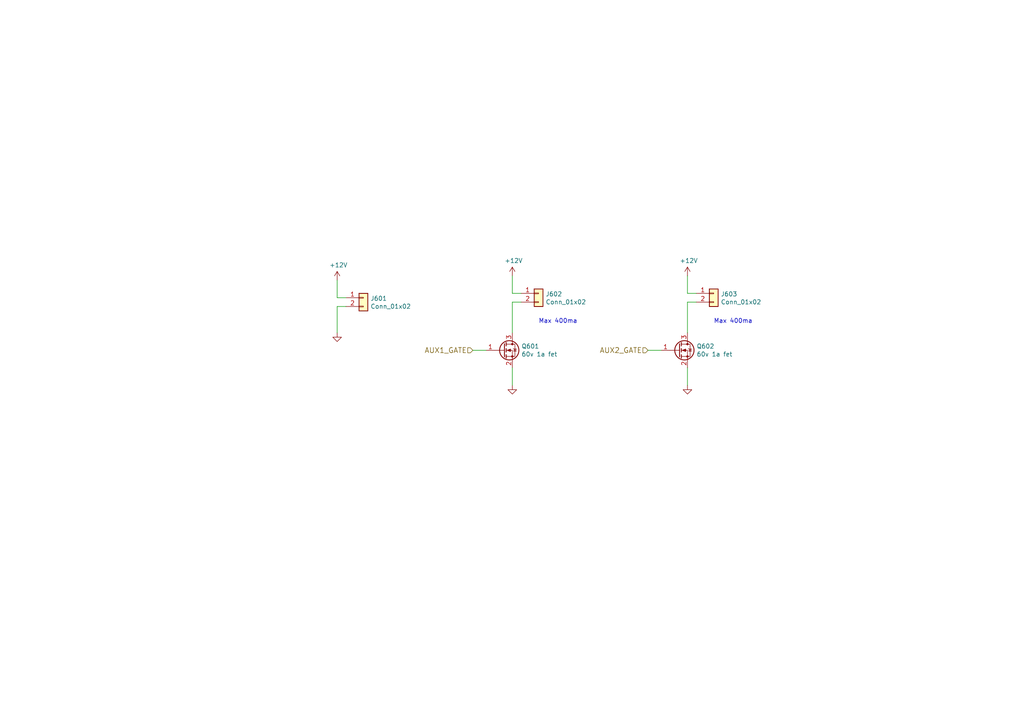
<source format=kicad_sch>
(kicad_sch (version 20230121) (generator eeschema)
  (paper "A4")
  (title_block (title "Moxie-Drive 24, vesc compatable motor controller") (date "2020-07-01") (rev "1.0") (company "Marshall Scholz"))
  (lib_symbols
    (symbol "24_control_board-rescue:GND-power-MoxiE_Control_board-rescue" (power) (pin_names (offset 0))
      (property "Value" "GND-power-MoxiE_Control_board-rescue" (at 0 -3.81 0))
      (symbol "GND-power-MoxiE_Control_board-rescue_0_1"
        (polyline (pts (xy 0 0) (xy 0 -1.27) (xy 1.27 -1.27) (xy 0 -2.54) (xy -1.27 -1.27) (xy 0 -1.27)))
      )
      (symbol "GND-power-MoxiE_Control_board-rescue_1_1"
        (pin power_in line (at 0 0 270) (length 0) hide (name "GND") (number "1"))
      )
    )
    (symbol "Connector_Generic:Conn_01x02" (pin_names hide)
      (property "Reference" "J" (at 0 2.54 0))
      (property "Value" "Conn_01x02" (at 0 -5.08 0))
      (symbol "Conn_01x02_1_1"
        (rectangle (start -1.27 -2.413) (end 0 -2.667) (stroke (width 0.1524)))
        (rectangle (start -1.27 0.127) (end 0 -0.127) (stroke (width 0.1524)))
        (rectangle (start -1.27 1.27) (end 1.27 -3.81) (stroke (width 0.254)) (fill (type background)))
        (pin passive line (at -5.08 0 0) (length 3.81) (name "Pin_1") (number "1"))
        (pin passive line (at -5.08 -2.54 0) (length 3.81) (name "Pin_2") (number "2"))
      )
    )
    (symbol "Device:Q_NMOS_GSD" (pin_names (offset 0) hide)
      (property "Reference" "Q" (at 5.08 1.27 0))
      (property "Value" "Q_NMOS_GSD" (at 5.08 -1.27 0))
      (symbol "Q_NMOS_GSD_0_1"
        (polyline (pts (xy 0.254 0) (xy -2.54 0)))
        (polyline (pts (xy 0.254 1.905) (xy 0.254 -1.905)) (stroke (width 0.254)))
        (polyline (pts (xy 0.762 -1.27) (xy 0.762 -2.286)) (stroke (width 0.254)))
        (polyline (pts (xy 0.762 0.508) (xy 0.762 -0.508)) (stroke (width 0.254)))
        (polyline (pts (xy 0.762 2.286) (xy 0.762 1.27)) (stroke (width 0.254)))
        (polyline (pts (xy 2.54 2.54) (xy 2.54 1.778)))
        (polyline (pts (xy 2.54 -2.54) (xy 2.54 0) (xy 0.762 0)))
        (polyline (pts (xy 0.762 -1.778) (xy 3.302 -1.778) (xy 3.302 1.778) (xy 0.762 1.778)))
        (polyline (pts (xy 1.016 0) (xy 2.032 0.381) (xy 2.032 -0.381) (xy 1.016 0)) (fill (type outline)))
        (polyline (pts (xy 2.794 0.508) (xy 2.921 0.381) (xy 3.683 0.381) (xy 3.81 0.254)))
        (polyline (pts (xy 3.302 0.381) (xy 2.921 -0.254) (xy 3.683 -0.254) (xy 3.302 0.381)))
        (circle (center 1.651 0) (radius 2.794) (stroke (width 0.254)))
        (circle (center 2.54 -1.778) (radius 0.254) (fill (type outline)))
        (circle (center 2.54 1.778) (radius 0.254) (fill (type outline)))
      )
      (symbol "Q_NMOS_GSD_1_1"
        (pin input line (at -5.08 0 0) (length 2.54) (name "G") (number "1"))
        (pin passive line (at 2.54 -5.08 90) (length 2.54) (name "S") (number "2"))
        (pin passive line (at 2.54 5.08 270) (length 2.54) (name "D") (number "3"))
      )
    )
    (symbol "power:+12V" (power) (pin_names (offset 0))
      (property "Value" "+12V" (at 0 3.556 0))
      (symbol "+12V_0_1"
        (polyline (pts (xy -0.762 1.27) (xy 0 2.54)))
        (polyline (pts (xy 0 0) (xy 0 2.54)))
        (polyline (pts (xy 0 2.54) (xy 0.762 1.27)))
      )
      (symbol "+12V_1_1"
        (pin power_in line (at 0 0 90) (length 0) hide (name "+12V") (number "1"))
      )
    )
  )
  (wire (pts (xy 97.79 88.9) (xy 97.79 96.52)))
  (wire (pts (xy 148.59 87.63) (xy 148.59 96.52)))
  (wire (pts (xy 148.59 106.68) (xy 148.59 111.76)))
  (wire (pts (xy 137.16 101.6) (xy 140.97 101.6)))
  (wire (pts (xy 100.33 86.36) (xy 97.79 86.36)))
  (wire (pts (xy 199.39 87.63) (xy 201.93 87.63)))
  (wire (pts (xy 199.39 85.09) (xy 199.39 80.01)))
  (wire (pts (xy 97.79 86.36) (xy 97.79 81.28)))
  (wire (pts (xy 151.13 85.09) (xy 148.59 85.09)))
  (wire (pts (xy 199.39 87.63) (xy 199.39 96.52)))
  (wire (pts (xy 201.93 85.09) (xy 199.39 85.09)))
  (wire (pts (xy 187.96 101.6) (xy 191.77 101.6)))
  (wire (pts (xy 148.59 85.09) (xy 148.59 80.01)))
  (wire (pts (xy 199.39 106.68) (xy 199.39 111.76)))
  (wire (pts (xy 148.59 87.63) (xy 151.13 87.63)))
  (wire (pts (xy 97.79 88.9) (xy 100.33 88.9)))
  (text "Max 400ma" (at 207.01 93.98 0) (effects (font (size 1.27 1.27)) (justify left bottom)))
  (text "Max 400ma" (at 156.21 93.98 0) (effects (font (size 1.27 1.27)) (justify left bottom)))
  (hierarchical_label "AUX1_GATE" (shape input) (at 137.16 101.6 180) (effects (font (size 1.4986 1.4986))))
  (hierarchical_label "AUX2_GATE" (shape input) (at 187.96 101.6 180) (effects (font (size 1.4986 1.4986))))
  (symbol (lib_id "24_control_board-rescue:GND-power-MoxiE_Control_board-rescue") (at 148.59 111.76 0) (mirror y) (unit 1)
    (property "Reference" "#PWR0604" (effects hide))
    (property "Value" "GND" (effects hide))
  )
  (symbol (lib_id "Connector_Generic:Conn_01x02") (at 156.21 85.09 0) (unit 1)
    (property "Reference" "J602" (at 158.242 85.2932 0) (effects (justify left)))
    (property "Value" "Conn_01x02" (at 158.242 87.6046 0) (effects (justify left)))
    (property "Footprint" "Connector_JST:JST_PH_B2B-PH-K_1x02_P2.00mm_Vertical" (effects hide))
  )
  (symbol (lib_id "power:+12V") (at 148.59 80.01 0) (unit 1)
    (property "Reference" "#PWR0603" (effects hide))
    (property "Value" "+12V" (at 148.971 75.6158 0))
  )
  (symbol (lib_id "Device:Q_NMOS_GSD") (at 146.05 101.6 0) (unit 1)
    (property "Reference" "Q601" (at 151.2316 100.4316 0) (effects (justify left)))
    (property "Value" "60v 1a fet" (at 151.2316 102.743 0) (effects (justify left)))
    (property "Footprint" "Package_TO_SOT_SMD:SOT-23" (effects hide))
  )
  (symbol (lib_id "24_control_board-rescue:GND-power-MoxiE_Control_board-rescue") (at 199.39 111.76 0) (mirror y) (unit 1)
    (property "Reference" "#PWR0606" (effects hide))
    (property "Value" "GND" (effects hide))
  )
  (symbol (lib_id "Connector_Generic:Conn_01x02") (at 207.01 85.09 0) (unit 1)
    (property "Reference" "J603" (at 209.042 85.2932 0) (effects (justify left)))
    (property "Value" "Conn_01x02" (at 209.042 87.6046 0) (effects (justify left)))
    (property "Footprint" "Connector_JST:JST_PH_B2B-PH-K_1x02_P2.00mm_Vertical" (effects hide))
  )
  (symbol (lib_id "power:+12V") (at 199.39 80.01 0) (unit 1)
    (property "Reference" "#PWR0605" (effects hide))
    (property "Value" "+12V" (at 199.771 75.6158 0))
  )
  (symbol (lib_id "Device:Q_NMOS_GSD") (at 196.85 101.6 0) (unit 1)
    (property "Reference" "Q602" (at 202.0316 100.4316 0) (effects (justify left)))
    (property "Value" "60v 1a fet" (at 202.0316 102.743 0) (effects (justify left)))
    (property "Footprint" "Package_TO_SOT_SMD:SOT-23" (effects hide))
  )
  (symbol (lib_id "Connector_Generic:Conn_01x02") (at 105.41 86.36 0) (unit 1)
    (property "Reference" "J601" (at 107.442 86.5632 0) (effects (justify left)))
    (property "Value" "Conn_01x02" (at 107.442 88.8746 0) (effects (justify left)))
    (property "Footprint" "Connector_JST:JST_PH_B2B-PH-K_1x02_P2.00mm_Vertical" (effects hide))
  )
  (symbol (lib_id "power:+12V") (at 97.79 81.28 0) (unit 1)
    (property "Reference" "#PWR0601" (effects hide))
    (property "Value" "+12V" (at 98.171 76.8858 0))
  )
  (symbol (lib_id "24_control_board-rescue:GND-power-MoxiE_Control_board-rescue") (at 97.79 96.52 0) (mirror y) (unit 1)
    (property "Reference" "#PWR0602" (effects hide))
    (property "Value" "GND" (effects hide))
  )
)
</source>
